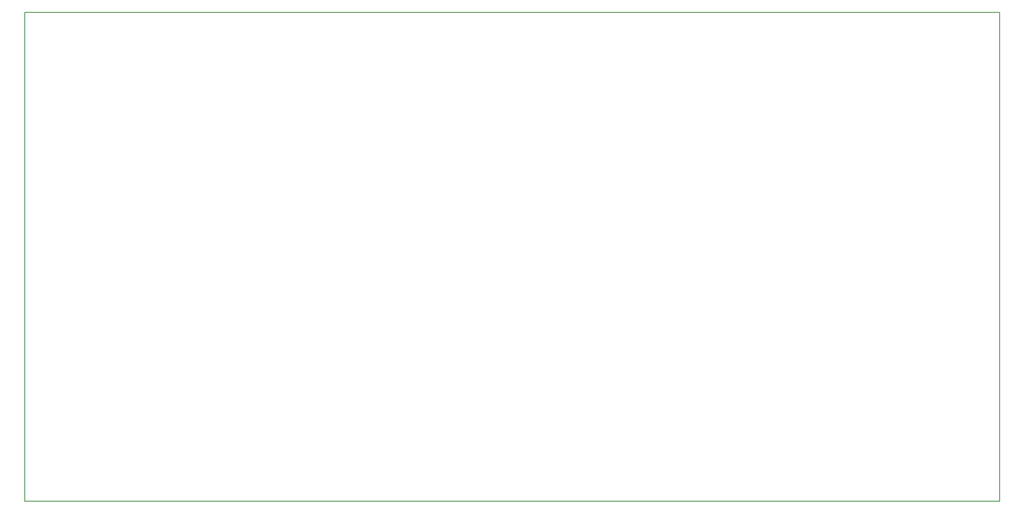
<source format=gbr>
G04 #@! TF.FileFunction,Profile,NP*
%FSLAX46Y46*%
G04 Gerber Fmt 4.6, Leading zero omitted, Abs format (unit mm)*
G04 Created by KiCad (PCBNEW 4.0.7) date 05/05/18 08:32:39*
%MOMM*%
%LPD*%
G01*
G04 APERTURE LIST*
%ADD10C,0.100000*%
%ADD11C,0.150000*%
G04 APERTURE END LIST*
D10*
D11*
X44450000Y-146050000D02*
X44450000Y-45720000D01*
X244475000Y-146050000D02*
X44450000Y-146050000D01*
X244475000Y-45720000D02*
X244475000Y-146050000D01*
X44450000Y-45720000D02*
X244475000Y-45720000D01*
M02*

</source>
